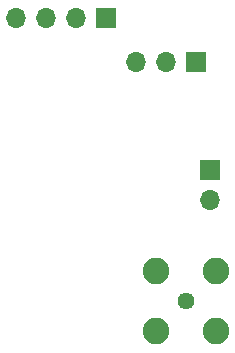
<source format=gbr>
%TF.GenerationSoftware,KiCad,Pcbnew,9.0.4*%
%TF.CreationDate,2025-08-31T12:09:40+02:00*%
%TF.ProjectId,CYW43439,43595734-3334-4333-992e-6b696361645f,rev?*%
%TF.SameCoordinates,Original*%
%TF.FileFunction,Soldermask,Bot*%
%TF.FilePolarity,Negative*%
%FSLAX46Y46*%
G04 Gerber Fmt 4.6, Leading zero omitted, Abs format (unit mm)*
G04 Created by KiCad (PCBNEW 9.0.4) date 2025-08-31 12:09:40*
%MOMM*%
%LPD*%
G01*
G04 APERTURE LIST*
%ADD10R,1.700000X1.700000*%
%ADD11O,1.700000X1.700000*%
%ADD12C,1.440000*%
%ADD13C,2.250000*%
G04 APERTURE END LIST*
D10*
%TO.C,J3*%
X153300000Y-96975000D03*
D11*
X153300000Y-99515000D03*
%TD*%
D10*
%TO.C,J2*%
X144450000Y-84100000D03*
D11*
X141910000Y-84100000D03*
X139370000Y-84100000D03*
X136830000Y-84100000D03*
%TD*%
D10*
%TO.C,J1*%
X152125000Y-87800000D03*
D11*
X149585000Y-87800000D03*
X147045000Y-87800000D03*
%TD*%
D12*
%TO.C,J4*%
X151290000Y-108085000D03*
D13*
X148750000Y-105545000D03*
X148750000Y-110625000D03*
X153830000Y-105545000D03*
X153830000Y-110625000D03*
%TD*%
M02*

</source>
